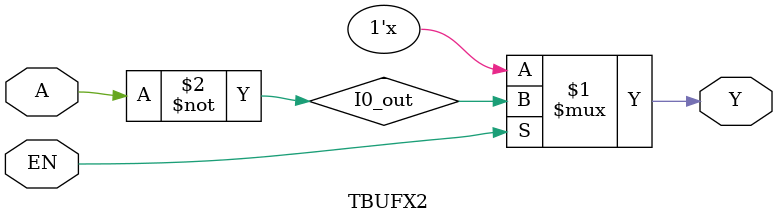
<source format=v>
`timescale 1ns/10ps

`celldefine

module TBUFX2 (A, EN, Y);
input  A ;
input  EN ;
output Y ;

   not (I0_out, A);
   bufif1 (Y, I0_out, EN);

   specify
     // delay parameters
     specparam
       tplhl$A$Y = 0.053:0.053:0.053,
       tphlh$A$Y = 0.082:0.082:0.082,
       tpzh$EN$Y = 0.086:0.086:0.086,
       tpzl$EN$Y = 0.025:0.025:0.025,
       tplz$EN$Y = 0.052:0.052:0.052,
       tphz$EN$Y = 0.073:0.073:0.073;

     // path delays
     (A *> Y) = (tphlh$A$Y, tplhl$A$Y);
     (EN *> Y) = (0, 0, tplz$EN$Y, tpzh$EN$Y, tphz$EN$Y, tpzl$EN$Y);

   endspecify

endmodule

`endcelldefine

</source>
